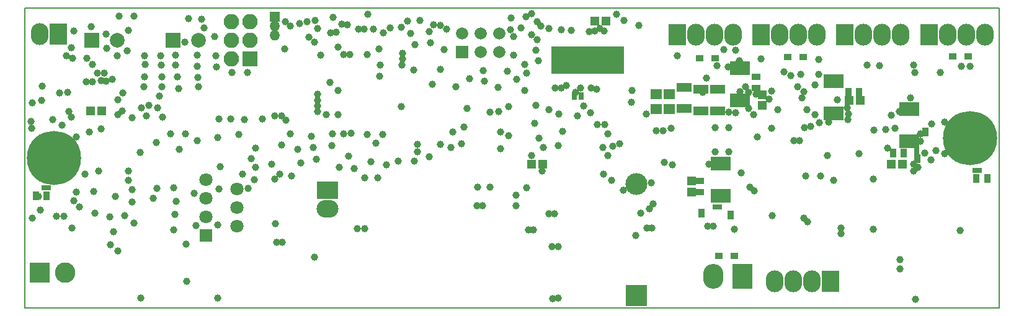
<source format=gbr>
G04 #@! TF.FileFunction,Soldermask,Bot*
%FSLAX46Y46*%
G04 Gerber Fmt 4.6, Leading zero omitted, Abs format (unit mm)*
G04 Created by KiCad (PCBNEW 4.0.7) date 06/15/18 18:23:30*
%MOMM*%
%LPD*%
G01*
G04 APERTURE LIST*
%ADD10C,0.100000*%
%ADD11C,0.150000*%
%ADD12R,1.200000X1.150000*%
%ADD13R,2.000000X2.000000*%
%ADD14C,2.000000*%
%ADD15R,0.700000X0.750000*%
%ADD16R,1.650000X1.400000*%
%ADD17R,0.750000X0.700000*%
%ADD18R,3.000000X3.000000*%
%ADD19O,3.000000X3.000000*%
%ADD20R,0.700000X1.850000*%
%ADD21C,7.400000*%
%ADD22R,2.100000X2.100000*%
%ADD23O,2.100000X2.100000*%
%ADD24R,1.400000X1.400000*%
%ADD25O,1.400000X1.400000*%
%ADD26R,2.750000X3.400000*%
%ADD27O,2.750000X3.400000*%
%ADD28C,1.670000*%
%ADD29R,1.670000X1.670000*%
%ADD30R,2.400000X3.000000*%
%ADD31O,2.400000X3.000000*%
%ADD32R,0.830000X0.680000*%
%ADD33R,0.900000X1.300000*%
%ADD34R,2.100000X1.300000*%
%ADD35R,0.800000X1.000000*%
%ADD36R,1.797000X1.797000*%
%ADD37C,1.797000*%
%ADD38R,1.500000X1.290000*%
%ADD39R,3.000000X2.400000*%
%ADD40O,3.000000X2.400000*%
%ADD41C,2.800000*%
%ADD42R,2.800000X2.800000*%
%ADD43R,1.000000X0.850000*%
%ADD44R,1.150000X1.200000*%
%ADD45R,1.300000X0.900000*%
%ADD46C,1.000000*%
G04 APERTURE END LIST*
D10*
D11*
X25000000Y-164000000D02*
X25000000Y-123000000D01*
X158000000Y-164000000D02*
X25000000Y-164000000D01*
X158000000Y-123000000D02*
X158000000Y-164000000D01*
X25000000Y-123000000D02*
X158000000Y-123000000D01*
D12*
X35460000Y-137060000D03*
X33960000Y-137060000D03*
D13*
X45200000Y-127450000D03*
D14*
X48700000Y-127450000D03*
D15*
X119220000Y-150210000D03*
X119780000Y-150210000D03*
D13*
X34100000Y-127450000D03*
D14*
X37600000Y-127450000D03*
D16*
X111180000Y-134800000D03*
X111180000Y-136800000D03*
X112980000Y-134800000D03*
X112980000Y-136800000D03*
D17*
X146740000Y-142280000D03*
X146740000Y-142840000D03*
D15*
X154690000Y-145190000D03*
X155250000Y-145190000D03*
D12*
X104290000Y-124770000D03*
X102790000Y-124770000D03*
D18*
X108490000Y-162350000D03*
D19*
X108490000Y-147110000D03*
D20*
X118960000Y-144300000D03*
X119460000Y-144300000D03*
X119960000Y-144300000D03*
X120460000Y-144300000D03*
X120960000Y-144300000D03*
X120960000Y-148700000D03*
X120460000Y-148700000D03*
X119960000Y-148700000D03*
X119460000Y-148700000D03*
X118960000Y-148700000D03*
X121580000Y-131200000D03*
X122080000Y-131200000D03*
X122580000Y-131200000D03*
X123080000Y-131200000D03*
X123580000Y-131200000D03*
X123580000Y-135600000D03*
X123080000Y-135600000D03*
X122580000Y-135600000D03*
X122080000Y-135600000D03*
X121580000Y-135600000D03*
X134400000Y-132980000D03*
X134900000Y-132980000D03*
X135400000Y-132980000D03*
X135900000Y-132980000D03*
X136400000Y-132980000D03*
X136400000Y-137380000D03*
X135900000Y-137380000D03*
X135400000Y-137380000D03*
X134900000Y-137380000D03*
X134400000Y-137380000D03*
D21*
X154010000Y-140810000D03*
D22*
X55690000Y-129950000D03*
D23*
X53150000Y-129950000D03*
X55690000Y-127410000D03*
X53150000Y-127410000D03*
X55690000Y-124870000D03*
X53150000Y-124870000D03*
D24*
X59090000Y-124250000D03*
D25*
X59090000Y-125520000D03*
X59090000Y-126790000D03*
D26*
X122950000Y-159700000D03*
D27*
X118990000Y-159700000D03*
D28*
X84690000Y-126480000D03*
X87230000Y-126480000D03*
X89770000Y-126480000D03*
D29*
X84690000Y-129020000D03*
D28*
X87230000Y-129020000D03*
X89770000Y-129020000D03*
D30*
X125520000Y-126650000D03*
D31*
X128060000Y-126650000D03*
X130600000Y-126650000D03*
X133140000Y-126650000D03*
D30*
X114080000Y-126650000D03*
D31*
X116620000Y-126650000D03*
X119160000Y-126650000D03*
X121700000Y-126650000D03*
D30*
X136950000Y-126650000D03*
D31*
X139490000Y-126650000D03*
X142030000Y-126650000D03*
X144570000Y-126650000D03*
D30*
X148400000Y-126650000D03*
D31*
X150940000Y-126650000D03*
X153480000Y-126650000D03*
X156020000Y-126650000D03*
D32*
X117330000Y-150810000D03*
X117330000Y-151330000D03*
X121330000Y-151030000D03*
X121330000Y-151550000D03*
D33*
X154890000Y-146270000D03*
X156390000Y-146270000D03*
D34*
X119520000Y-137050000D03*
X119520000Y-134150000D03*
X117260000Y-137050000D03*
X117260000Y-134150000D03*
X115010000Y-133880000D03*
X115010000Y-136780000D03*
D32*
X146780000Y-143880000D03*
X146780000Y-143360000D03*
X147910000Y-139720000D03*
X147910000Y-140240000D03*
D35*
X100910000Y-135040000D03*
X100010000Y-135040000D03*
D36*
X49734000Y-154120000D03*
D37*
X53925000Y-152850000D03*
X49734000Y-151580000D03*
X53925000Y-150310000D03*
X49734000Y-149040000D03*
X53925000Y-147770000D03*
X49734000Y-146500000D03*
D38*
X106045000Y-131385000D03*
X106045000Y-130535000D03*
X106045000Y-128835000D03*
X106045000Y-129685000D03*
X104988750Y-129685000D03*
X104988750Y-128835000D03*
X104988750Y-130535000D03*
X104988750Y-131385000D03*
X103932500Y-131385000D03*
X103932500Y-130535000D03*
X103932500Y-128835000D03*
X103932500Y-129685000D03*
X102876250Y-129685000D03*
X102876250Y-128835000D03*
X102876250Y-130535000D03*
X102876250Y-131385000D03*
X101820000Y-131385000D03*
X101820000Y-130535000D03*
X101820000Y-128835000D03*
X101820000Y-129685000D03*
X100763750Y-129685000D03*
X100763750Y-128835000D03*
X100763750Y-130535000D03*
X100763750Y-131385000D03*
X99707500Y-131385000D03*
X99707500Y-130535000D03*
X99707500Y-128835000D03*
X99707500Y-129685000D03*
X98651250Y-129685000D03*
X98651250Y-128835000D03*
X98651250Y-130535000D03*
X98651250Y-131385000D03*
X97595000Y-131385000D03*
X97595000Y-130535000D03*
X97595000Y-128835000D03*
X97595000Y-129685000D03*
D20*
X146710000Y-141200000D03*
X146210000Y-141200000D03*
X145710000Y-141200000D03*
X145210000Y-141200000D03*
X144710000Y-141200000D03*
X144710000Y-136800000D03*
X145210000Y-136800000D03*
X145710000Y-136800000D03*
X146210000Y-136800000D03*
X146710000Y-136800000D03*
D15*
X27610000Y-147590000D03*
X28170000Y-147590000D03*
D21*
X29000000Y-143500000D03*
D33*
X26470000Y-148670000D03*
X27970000Y-148670000D03*
D39*
X66330000Y-147920000D03*
D40*
X66330000Y-150460000D03*
D30*
X29550000Y-126600000D03*
D31*
X27010000Y-126600000D03*
D41*
X30500000Y-159200000D03*
D42*
X27000000Y-159200000D03*
D43*
X119180000Y-129910000D03*
X117080000Y-129910000D03*
X151620000Y-129600000D03*
X153720000Y-129600000D03*
X129130000Y-129720000D03*
X131230000Y-129720000D03*
X121830000Y-156910000D03*
X119730000Y-156910000D03*
D30*
X134950000Y-160350000D03*
D31*
X132410000Y-160350000D03*
X129870000Y-160350000D03*
X127330000Y-160350000D03*
D12*
X95670000Y-144350000D03*
X94170000Y-144350000D03*
D44*
X115990000Y-146650000D03*
X115990000Y-148150000D03*
D12*
X137530000Y-135670000D03*
X139030000Y-135670000D03*
D44*
X125680000Y-136350000D03*
X125680000Y-134850000D03*
D12*
X144790000Y-144350000D03*
X143290000Y-144350000D03*
D45*
X117070000Y-148150000D03*
X117070000Y-146650000D03*
X124790000Y-133930000D03*
X124790000Y-132430000D03*
D33*
X138880000Y-134580000D03*
X137380000Y-134580000D03*
X143480000Y-142870000D03*
X144980000Y-142870000D03*
D46*
X51650000Y-144740000D03*
X51450000Y-147750000D03*
X48100000Y-148340000D03*
X51350000Y-152680000D03*
X48320000Y-152770000D03*
X135390000Y-146570000D03*
X91040000Y-136500000D03*
X94190000Y-143200000D03*
X132850000Y-137600000D03*
X117540000Y-134510000D03*
X123760000Y-134520000D03*
X145920000Y-135330000D03*
X137400000Y-137480000D03*
X150540000Y-138580000D03*
X146940000Y-144780000D03*
X83850000Y-133810000D03*
X73530000Y-130850000D03*
X73400000Y-132350000D03*
X67510000Y-126300000D03*
X73910000Y-126390000D03*
X72890000Y-141450000D03*
X71720000Y-140270000D03*
X73850000Y-140310000D03*
X46030000Y-142350000D03*
X56290000Y-146460000D03*
X61410000Y-145950000D03*
X59090000Y-146420000D03*
X41940000Y-136300000D03*
X41610000Y-137770000D03*
X47340000Y-124500000D03*
X49070000Y-124570000D03*
X82570000Y-125900000D03*
X81740000Y-125410000D03*
X80770000Y-125270000D03*
X80160000Y-126260000D03*
X77620000Y-126510000D03*
X74840000Y-125730000D03*
X76340000Y-125650000D03*
X64600000Y-124750000D03*
X62510000Y-125110000D03*
X60560000Y-124850000D03*
X61260000Y-125520000D03*
X63540000Y-124860000D03*
X105260000Y-141900000D03*
X104530000Y-140180000D03*
X105110000Y-146550000D03*
X104550000Y-143160000D03*
X103950000Y-145710000D03*
X106180000Y-141530000D03*
X103920000Y-142070000D03*
X81690000Y-131410000D03*
X87750000Y-133030000D03*
X90850000Y-131670000D03*
X87570000Y-131550000D03*
X85680000Y-132710000D03*
X91680000Y-126890000D03*
X93450000Y-131920000D03*
X94760000Y-128750000D03*
X92160000Y-132760000D03*
X91730000Y-129420000D03*
X91240000Y-126030000D03*
X92720000Y-125730000D03*
X80650000Y-133460000D03*
X82200000Y-128730000D03*
X80380000Y-127790000D03*
X78110000Y-131480000D03*
X78200000Y-128030000D03*
X54960000Y-138240000D03*
X51350000Y-140760000D03*
X46880000Y-140230000D03*
X48530000Y-141120000D03*
X54200000Y-140290000D03*
X89920000Y-142270000D03*
X84550000Y-141530000D03*
X88500000Y-147490000D03*
X93500000Y-147570000D03*
X86810000Y-147460000D03*
X83170000Y-142080000D03*
X81750000Y-141670000D03*
X78190000Y-143910000D03*
X80200000Y-143360000D03*
X83430000Y-139920000D03*
X74330000Y-144480000D03*
X75960000Y-143930000D03*
X73130000Y-146240000D03*
X72240000Y-144010000D03*
X69980000Y-144980000D03*
X69210000Y-143300000D03*
X64780000Y-143660000D03*
X62240000Y-142300000D03*
X64090000Y-140570000D03*
X60050000Y-141750000D03*
X58680000Y-144350000D03*
X61220000Y-140230000D03*
X64330000Y-142060000D03*
X62690000Y-144230000D03*
X66910000Y-141850000D03*
X67950000Y-144780000D03*
X71420000Y-146260000D03*
X56510000Y-144780000D03*
X39670000Y-149490000D03*
X39620000Y-147800000D03*
X42990000Y-147650000D03*
X37340000Y-148790000D03*
X45310000Y-147610000D03*
X45450000Y-151210000D03*
X39880000Y-152430000D03*
X37090000Y-153570000D03*
X34560000Y-151040000D03*
X31650000Y-149350000D03*
X31970000Y-148210000D03*
X34380000Y-148110000D03*
X32450000Y-150220000D03*
X36590000Y-151550000D03*
X38600000Y-151410000D03*
X45340000Y-153360000D03*
X45640000Y-149410000D03*
X31350000Y-128460000D03*
X34080000Y-125580000D03*
X36200000Y-128560000D03*
X38970000Y-128840000D03*
X39880000Y-124150000D03*
X37870000Y-124160000D03*
X39080000Y-126100000D03*
X37580000Y-129520000D03*
X36100000Y-126610000D03*
X31680000Y-126130000D03*
X30650000Y-129510000D03*
X49420000Y-125700000D03*
X46830000Y-127650000D03*
X45580000Y-129460000D03*
X57420000Y-138170000D03*
X53080000Y-138180000D03*
X43770000Y-137950000D03*
X43370000Y-135090000D03*
X43140000Y-136660000D03*
X51510000Y-138180000D03*
X41270000Y-133790000D03*
X41410000Y-130760000D03*
X43560000Y-129570000D03*
X41360000Y-129510000D03*
X41350000Y-132440000D03*
X45960000Y-133990000D03*
X43570000Y-130790000D03*
X43680000Y-133810000D03*
X43660000Y-132390000D03*
X45550000Y-130820000D03*
X48590000Y-132470000D03*
X48650000Y-133780000D03*
X48480000Y-131000000D03*
X45810000Y-132440000D03*
X55370000Y-131810000D03*
X51100000Y-129510000D03*
X51160000Y-131060000D03*
X53290000Y-131810000D03*
X48550000Y-129480000D03*
X50930000Y-126900000D03*
X95560000Y-145290000D03*
X60470000Y-128630000D03*
X123920000Y-147470000D03*
X114040000Y-129570000D03*
X125460000Y-129950000D03*
X111180000Y-136800000D03*
X39660000Y-137980000D03*
X113240000Y-139490000D03*
X113410000Y-144430000D03*
X118330000Y-144360000D03*
X59220000Y-152510000D03*
X59780000Y-145720000D03*
X146320000Y-145300000D03*
X132850000Y-133510000D03*
X126580000Y-135430000D03*
X121980000Y-137340000D03*
X100410000Y-137720000D03*
X100195000Y-134575000D03*
X120960000Y-131070000D03*
X112290000Y-144090000D03*
X67760000Y-128390000D03*
X31500000Y-129920000D03*
X33430000Y-129850000D03*
X34890000Y-131880000D03*
X25830000Y-138540000D03*
X25890000Y-139460000D03*
X134750000Y-138640000D03*
X137260000Y-136680000D03*
X89580000Y-133900000D03*
X35032340Y-145312460D03*
X42550000Y-148990000D03*
X26880000Y-148730000D03*
X26040000Y-151750000D03*
X40767660Y-142777540D03*
X150570000Y-142960000D03*
X149380000Y-142540000D03*
X144340000Y-137130000D03*
X152640000Y-153450000D03*
X139960000Y-130840000D03*
X146290000Y-130840000D03*
X152790000Y-130960000D03*
X66730000Y-126420000D03*
X67030000Y-124260000D03*
X66610000Y-133190000D03*
X72530000Y-125910000D03*
X64530000Y-157030000D03*
X71400000Y-153170000D03*
X70330000Y-153170000D03*
X98350000Y-139900000D03*
X108380000Y-154140000D03*
X54740000Y-145730000D03*
X92065000Y-150050000D03*
X88470000Y-137210000D03*
X92060000Y-148620000D03*
X89630000Y-137190000D03*
X109870000Y-153110000D03*
X110610000Y-153090000D03*
X97270000Y-151120000D03*
X96530000Y-151140000D03*
X121820000Y-153210000D03*
X34180000Y-133140000D03*
X34180000Y-130700000D03*
X47050000Y-160360000D03*
X47010000Y-155250000D03*
X28770000Y-138240000D03*
X32020000Y-140650000D03*
X121050000Y-142650000D03*
X119180000Y-142650000D03*
X131300000Y-151700000D03*
X131830000Y-152220000D03*
X121100000Y-139390000D03*
X119180000Y-139390000D03*
X144480000Y-158710000D03*
X144480000Y-157360000D03*
X123790000Y-136760000D03*
X97880000Y-137540000D03*
X109060000Y-151010000D03*
X133620000Y-146010000D03*
X140790000Y-146430000D03*
X106650000Y-147900000D03*
X110220000Y-150430000D03*
X95110000Y-130220000D03*
X96500000Y-136900000D03*
X104100000Y-126160000D03*
X106740000Y-124730000D03*
X102790000Y-126160000D03*
X107900000Y-134250000D03*
X103010000Y-134090000D03*
X101240000Y-136390000D03*
X98240000Y-133950000D03*
X110750000Y-149790000D03*
X140790000Y-153280000D03*
X110460000Y-146860000D03*
X104120000Y-138950000D03*
X103090000Y-138930000D03*
X148660000Y-143750000D03*
X102160000Y-137330000D03*
X102280000Y-133950000D03*
X64940000Y-137190000D03*
X27110000Y-150630000D03*
X146470000Y-131860000D03*
X149970000Y-131870000D03*
X154000000Y-130950000D03*
X64930000Y-136390000D03*
X64930000Y-135600000D03*
X141630000Y-130910000D03*
X119450000Y-130900000D03*
X121980000Y-128800000D03*
X117990000Y-132610000D03*
X64950000Y-134780000D03*
X118960000Y-152830000D03*
X118220000Y-152850000D03*
X96990000Y-155630000D03*
X97770000Y-155620000D03*
X97760000Y-162690000D03*
X97000000Y-162710000D03*
X71810000Y-123870000D03*
X68470000Y-129390000D03*
X60060000Y-137780000D03*
X35370000Y-132930000D03*
X39090000Y-145280000D03*
X94550000Y-138760000D03*
X143230000Y-137700000D03*
X68250000Y-125260000D03*
X124580000Y-147980000D03*
X131560000Y-145980000D03*
X98220000Y-125960000D03*
X108810000Y-125370000D03*
X142720000Y-142140000D03*
X129960000Y-141110000D03*
X130700000Y-141110000D03*
X125000000Y-140600000D03*
X99540000Y-126070000D03*
X130930000Y-132050000D03*
X130450000Y-133790000D03*
X134570000Y-143180000D03*
X133370000Y-130050000D03*
X133340000Y-132050000D03*
X103450000Y-125800000D03*
X128600000Y-131730000D03*
X138890000Y-142930000D03*
X133410000Y-138720000D03*
X102040000Y-126210000D03*
X137350000Y-138260000D03*
X100850000Y-133930000D03*
X131380000Y-139350000D03*
X66940000Y-140230000D03*
X97330000Y-133950000D03*
X84960000Y-139260000D03*
X89930000Y-139920000D03*
X122770000Y-145530000D03*
X25960000Y-136020000D03*
X35830000Y-131890000D03*
X31020000Y-137140000D03*
X124770000Y-134780000D03*
X124440000Y-137630000D03*
X109790000Y-137470000D03*
X131310000Y-134460000D03*
X147840000Y-142820000D03*
X147280000Y-141230000D03*
X122580000Y-134450000D03*
X135870000Y-135530000D03*
X35410000Y-139510000D03*
X71730000Y-129370000D03*
X111160000Y-139760000D03*
X112100000Y-139770000D03*
X148740000Y-138890000D03*
X78550000Y-141660000D03*
X78560000Y-142640000D03*
X67730000Y-137590000D03*
X95770000Y-142050000D03*
X122550000Y-130190000D03*
X120380000Y-128690000D03*
X94130000Y-123820000D03*
X67720000Y-134290000D03*
X129540000Y-132230000D03*
X66130000Y-137600000D03*
X93190000Y-134250000D03*
X71290000Y-125930000D03*
X70550000Y-125920000D03*
X73350000Y-128600000D03*
X64500000Y-127720000D03*
X63790000Y-127020000D03*
X76540000Y-129990000D03*
X94950000Y-127380000D03*
X96530000Y-125820000D03*
X131110000Y-135310000D03*
X123380000Y-133810000D03*
X94910000Y-124870000D03*
X93200000Y-130690000D03*
X76500000Y-130790000D03*
X97790000Y-141780000D03*
X76340000Y-136490000D03*
X140920000Y-139680000D03*
X146290000Y-144350000D03*
X59080000Y-137750000D03*
X65390000Y-129440000D03*
X64930000Y-125860000D03*
X77260000Y-124770000D03*
X78900000Y-124740000D03*
X105780000Y-123860000D03*
X143740000Y-139470000D03*
X142540000Y-139590000D03*
X68540000Y-140230000D03*
X44870000Y-140220000D03*
X40900000Y-136660000D03*
X29760000Y-134600000D03*
X30850000Y-134560000D03*
X69500000Y-140150000D03*
X42930000Y-141360000D03*
X31430000Y-153050000D03*
X132250000Y-139230000D03*
X95410000Y-125460000D03*
X76520000Y-129190000D03*
X94180000Y-126660000D03*
X127000000Y-151370000D03*
X107820000Y-135860000D03*
X98920000Y-133650000D03*
X146570000Y-162800000D03*
X136390000Y-153110000D03*
X136390000Y-153860000D03*
X33400000Y-133120000D03*
X33190000Y-145710000D03*
X55500000Y-147680000D03*
X30050000Y-139000000D03*
X33770000Y-139920000D03*
X37700000Y-137550000D03*
X27320000Y-133730000D03*
X37660000Y-135550000D03*
X59330000Y-155030000D03*
X60080000Y-155010000D03*
X94410000Y-153360000D03*
X93710000Y-153360000D03*
X87450000Y-150050000D03*
X86730000Y-150070000D03*
X36100000Y-133050000D03*
X147230000Y-140220000D03*
X93390000Y-124240000D03*
X91380000Y-124410000D03*
X69320000Y-129410000D03*
X60590000Y-138330000D03*
X56500000Y-142140000D03*
X55910000Y-143630000D03*
X39080000Y-146570000D03*
X95150000Y-140780000D03*
X69000000Y-125270000D03*
X121040000Y-137270000D03*
X131750000Y-136890000D03*
X126930000Y-139490000D03*
X127770000Y-136920000D03*
X126910000Y-134400000D03*
X91020000Y-140460000D03*
X94710000Y-136340000D03*
X85370000Y-136710000D03*
X36640000Y-155390000D03*
X37650000Y-156220000D03*
X38260000Y-137080000D03*
X36900000Y-132770000D03*
X38360000Y-134650000D03*
X31360000Y-137960000D03*
X27310000Y-135660000D03*
X30300000Y-151470000D03*
X51330000Y-162680000D03*
X29330000Y-151470000D03*
X40800000Y-162680000D03*
M02*

</source>
